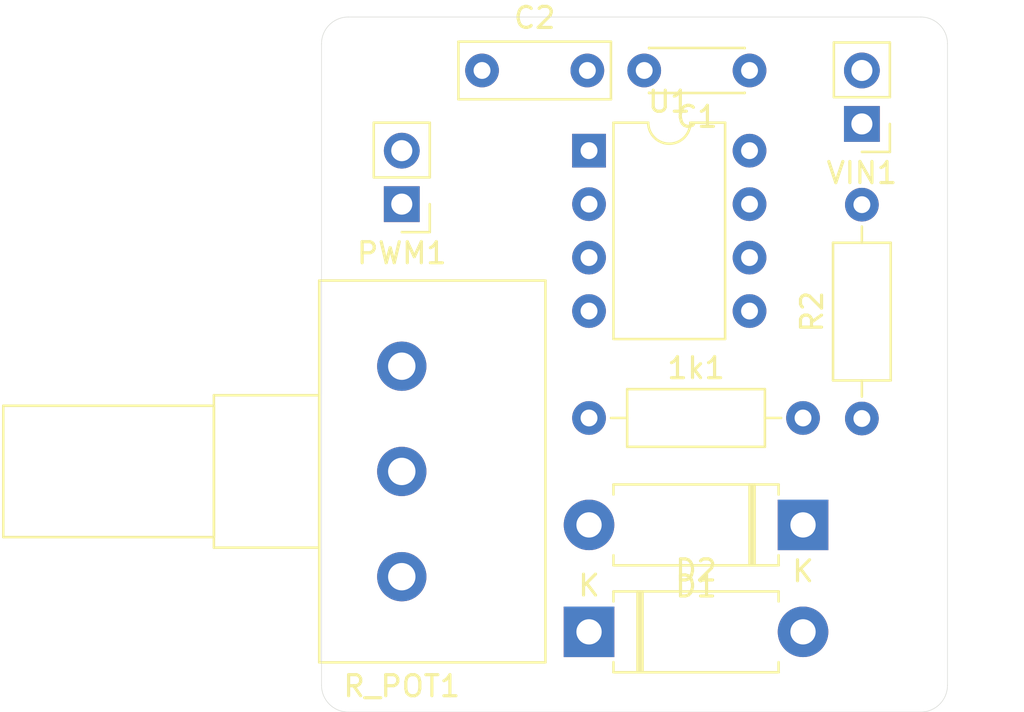
<source format=kicad_pcb>
(kicad_pcb (version 20171130) (host pcbnew "(5.1.12)-1")

  (general
    (thickness 1.6002)
    (drawings 8)
    (tracks 0)
    (zones 0)
    (modules 10)
    (nets 10)
  )

  (page A4)
  (title_block
    (title "PWM generator")
    (rev v01)
    (company CLAIO)
  )

  (layers
    (0 Front signal)
    (1 In1.Cu signal)
    (2 In2.Cu signal)
    (31 Back signal)
    (34 B.Paste user)
    (35 F.Paste user)
    (36 B.SilkS user)
    (37 F.SilkS user)
    (38 B.Mask user)
    (39 F.Mask user)
    (44 Edge.Cuts user)
    (45 Margin user)
    (46 B.CrtYd user)
    (47 F.CrtYd user)
    (49 F.Fab user)
  )

  (setup
    (last_trace_width 0.254)
    (user_trace_width 0.127)
    (user_trace_width 0.254)
    (user_trace_width 0.508)
    (user_trace_width 0.762)
    (trace_clearance 0.127)
    (zone_clearance 0.508)
    (zone_45_only no)
    (trace_min 0.0889)
    (via_size 0.6858)
    (via_drill 0.3302)
    (via_min_size 0.45)
    (via_min_drill 0.2)
    (user_via 0.6858 0.3302)
    (user_via 0.889 0.381)
    (uvia_size 0.6858)
    (uvia_drill 0.3302)
    (uvias_allowed no)
    (uvia_min_size 0.2)
    (uvia_min_drill 0.1)
    (edge_width 0.0381)
    (segment_width 0.254)
    (pcb_text_width 0.3048)
    (pcb_text_size 1.524 1.524)
    (mod_edge_width 0.1524)
    (mod_text_size 0.8128 0.8128)
    (mod_text_width 0.1524)
    (pad_size 1.524 1.524)
    (pad_drill 0.762)
    (pad_to_mask_clearance 0)
    (solder_mask_min_width 0.1016)
    (aux_axis_origin 0 0)
    (visible_elements 7FFFFFFF)
    (pcbplotparams
      (layerselection 0x010fc_ffffffff)
      (usegerberextensions false)
      (usegerberattributes true)
      (usegerberadvancedattributes true)
      (creategerberjobfile true)
      (excludeedgelayer true)
      (linewidth 0.100000)
      (plotframeref false)
      (viasonmask false)
      (mode 1)
      (useauxorigin false)
      (hpglpennumber 1)
      (hpglpenspeed 20)
      (hpglpendiameter 15.000000)
      (psnegative false)
      (psa4output false)
      (plotreference true)
      (plotvalue true)
      (plotinvisibletext false)
      (padsonsilk false)
      (subtractmaskfromsilk false)
      (outputformat 1)
      (mirror false)
      (drillshape 1)
      (scaleselection 1)
      (outputdirectory ""))
  )

  (net 0 "")
  (net 1 "Net-(1k1-Pad2)")
  (net 2 GND)
  (net 3 "Net-(C2-Pad1)")
  (net 4 "Net-(D1-Pad2)")
  (net 5 "Net-(D2-Pad1)")
  (net 6 "Net-(R2-Pad2)")
  (net 7 "Net-(U1-Pad5)")
  (net 8 VCC)
  (net 9 VDC)

  (net_class Default "This is the default net class."
    (clearance 0.127)
    (trace_width 0.254)
    (via_dia 0.6858)
    (via_drill 0.3302)
    (uvia_dia 0.6858)
    (uvia_drill 0.3302)
    (diff_pair_width 0.1524)
    (diff_pair_gap 0.254)
    (add_net GND)
    (add_net "Net-(1k1-Pad2)")
    (add_net "Net-(C2-Pad1)")
    (add_net "Net-(D1-Pad2)")
    (add_net "Net-(D2-Pad1)")
    (add_net "Net-(R2-Pad2)")
    (add_net "Net-(U1-Pad5)")
    (add_net VCC)
    (add_net VDC)
  )

  (module Connector_PinHeader_2.54mm:PinHeader_1x02_P2.54mm_Vertical (layer Front) (tedit 59FED5CC) (tstamp 61C35406)
    (at 164.084 91.44 180)
    (descr "Through hole straight pin header, 1x02, 2.54mm pitch, single row")
    (tags "Through hole pin header THT 1x02 2.54mm single row")
    (path /61C31C83)
    (fp_text reference VIN1 (at 0 -2.33) (layer F.SilkS)
      (effects (font (size 1 1) (thickness 0.15)))
    )
    (fp_text value Conn_01x02_Female (at 0 4.87) (layer F.Fab)
      (effects (font (size 1 1) (thickness 0.15)))
    )
    (fp_line (start -0.635 -1.27) (end 1.27 -1.27) (layer F.Fab) (width 0.1))
    (fp_line (start 1.27 -1.27) (end 1.27 3.81) (layer F.Fab) (width 0.1))
    (fp_line (start 1.27 3.81) (end -1.27 3.81) (layer F.Fab) (width 0.1))
    (fp_line (start -1.27 3.81) (end -1.27 -0.635) (layer F.Fab) (width 0.1))
    (fp_line (start -1.27 -0.635) (end -0.635 -1.27) (layer F.Fab) (width 0.1))
    (fp_line (start -1.33 3.87) (end 1.33 3.87) (layer F.SilkS) (width 0.12))
    (fp_line (start -1.33 1.27) (end -1.33 3.87) (layer F.SilkS) (width 0.12))
    (fp_line (start 1.33 1.27) (end 1.33 3.87) (layer F.SilkS) (width 0.12))
    (fp_line (start -1.33 1.27) (end 1.33 1.27) (layer F.SilkS) (width 0.12))
    (fp_line (start -1.33 0) (end -1.33 -1.33) (layer F.SilkS) (width 0.12))
    (fp_line (start -1.33 -1.33) (end 0 -1.33) (layer F.SilkS) (width 0.12))
    (fp_line (start -1.8 -1.8) (end -1.8 4.35) (layer F.CrtYd) (width 0.05))
    (fp_line (start -1.8 4.35) (end 1.8 4.35) (layer F.CrtYd) (width 0.05))
    (fp_line (start 1.8 4.35) (end 1.8 -1.8) (layer F.CrtYd) (width 0.05))
    (fp_line (start 1.8 -1.8) (end -1.8 -1.8) (layer F.CrtYd) (width 0.05))
    (fp_text user %R (at 0 1.27 90) (layer F.Fab)
      (effects (font (size 1 1) (thickness 0.15)))
    )
    (pad 2 thru_hole oval (at 0 2.54 180) (size 1.7 1.7) (drill 1) (layers *.Cu *.Mask)
      (net 2 GND))
    (pad 1 thru_hole rect (at 0 0 180) (size 1.7 1.7) (drill 1) (layers *.Cu *.Mask)
      (net 8 VCC))
    (model ${KISYS3DMOD}/Connector_PinHeader_2.54mm.3dshapes/PinHeader_1x02_P2.54mm_Vertical.wrl
      (at (xyz 0 0 0))
      (scale (xyz 1 1 1))
      (rotate (xyz 0 0 0))
    )
  )

  (module Package_DIP:DIP-8_W7.62mm (layer Front) (tedit 5A02E8C5) (tstamp 61C353F0)
    (at 151.13 92.71)
    (descr "8-lead though-hole mounted DIP package, row spacing 7.62 mm (300 mils)")
    (tags "THT DIP DIL PDIP 2.54mm 7.62mm 300mil")
    (path /61C2EBE5)
    (fp_text reference U1 (at 3.81 -2.33) (layer F.SilkS)
      (effects (font (size 1 1) (thickness 0.15)))
    )
    (fp_text value NE555P (at 3.81 9.95) (layer F.Fab)
      (effects (font (size 1 1) (thickness 0.15)))
    )
    (fp_line (start 1.635 -1.27) (end 6.985 -1.27) (layer F.Fab) (width 0.1))
    (fp_line (start 6.985 -1.27) (end 6.985 8.89) (layer F.Fab) (width 0.1))
    (fp_line (start 6.985 8.89) (end 0.635 8.89) (layer F.Fab) (width 0.1))
    (fp_line (start 0.635 8.89) (end 0.635 -0.27) (layer F.Fab) (width 0.1))
    (fp_line (start 0.635 -0.27) (end 1.635 -1.27) (layer F.Fab) (width 0.1))
    (fp_line (start 2.81 -1.33) (end 1.16 -1.33) (layer F.SilkS) (width 0.12))
    (fp_line (start 1.16 -1.33) (end 1.16 8.95) (layer F.SilkS) (width 0.12))
    (fp_line (start 1.16 8.95) (end 6.46 8.95) (layer F.SilkS) (width 0.12))
    (fp_line (start 6.46 8.95) (end 6.46 -1.33) (layer F.SilkS) (width 0.12))
    (fp_line (start 6.46 -1.33) (end 4.81 -1.33) (layer F.SilkS) (width 0.12))
    (fp_line (start -1.1 -1.55) (end -1.1 9.15) (layer F.CrtYd) (width 0.05))
    (fp_line (start -1.1 9.15) (end 8.7 9.15) (layer F.CrtYd) (width 0.05))
    (fp_line (start 8.7 9.15) (end 8.7 -1.55) (layer F.CrtYd) (width 0.05))
    (fp_line (start 8.7 -1.55) (end -1.1 -1.55) (layer F.CrtYd) (width 0.05))
    (fp_text user %R (at 3.81 3.81) (layer F.Fab)
      (effects (font (size 1 1) (thickness 0.15)))
    )
    (fp_arc (start 3.81 -1.33) (end 2.81 -1.33) (angle -180) (layer F.SilkS) (width 0.12))
    (pad 8 thru_hole oval (at 7.62 0) (size 1.6 1.6) (drill 0.8) (layers *.Cu *.Mask)
      (net 8 VCC))
    (pad 4 thru_hole oval (at 0 7.62) (size 1.6 1.6) (drill 0.8) (layers *.Cu *.Mask)
      (net 8 VCC))
    (pad 7 thru_hole oval (at 7.62 2.54) (size 1.6 1.6) (drill 0.8) (layers *.Cu *.Mask)
      (net 6 "Net-(R2-Pad2)"))
    (pad 3 thru_hole oval (at 0 5.08) (size 1.6 1.6) (drill 0.8) (layers *.Cu *.Mask)
      (net 9 VDC))
    (pad 6 thru_hole oval (at 7.62 5.08) (size 1.6 1.6) (drill 0.8) (layers *.Cu *.Mask)
      (net 3 "Net-(C2-Pad1)"))
    (pad 2 thru_hole oval (at 0 2.54) (size 1.6 1.6) (drill 0.8) (layers *.Cu *.Mask)
      (net 3 "Net-(C2-Pad1)"))
    (pad 5 thru_hole oval (at 7.62 7.62) (size 1.6 1.6) (drill 0.8) (layers *.Cu *.Mask)
      (net 7 "Net-(U1-Pad5)"))
    (pad 1 thru_hole rect (at 0 0) (size 1.6 1.6) (drill 0.8) (layers *.Cu *.Mask)
      (net 2 GND))
    (model ${KISYS3DMOD}/Package_DIP.3dshapes/DIP-8_W7.62mm.wrl
      (at (xyz 0 0 0))
      (scale (xyz 1 1 1))
      (rotate (xyz 0 0 0))
    )
  )

  (module Potentiometer_THT:Potentiometer_Alps_RK163_Single_Horizontal (layer Front) (tedit 5A3D4993) (tstamp 61C353D4)
    (at 142.24 102.95 180)
    (descr "Potentiometer, horizontal, Alps RK163 Single, http://www.alps.com/prod/info/E/HTML/Potentiometer/RotaryPotentiometers/RK16/RK16_list.html")
    (tags "Potentiometer horizontal Alps RK163 Single")
    (path /61C1EDBC)
    (fp_text reference R_POT1 (at 0 -15.2) (layer F.SilkS)
      (effects (font (size 1 1) (thickness 0.15)))
    )
    (fp_text value R_POT (at 0 5.2) (layer F.Fab)
      (effects (font (size 1 1) (thickness 0.15)))
    )
    (fp_line (start -6.7 -13.95) (end -6.7 3.95) (layer F.Fab) (width 0.1))
    (fp_line (start -6.7 3.95) (end 3.8 3.95) (layer F.Fab) (width 0.1))
    (fp_line (start 3.8 3.95) (end 3.8 -13.95) (layer F.Fab) (width 0.1))
    (fp_line (start 3.8 -13.95) (end -6.7 -13.95) (layer F.Fab) (width 0.1))
    (fp_line (start 3.8 -8.5) (end 3.8 -1.5) (layer F.Fab) (width 0.1))
    (fp_line (start 3.8 -1.5) (end 8.8 -1.5) (layer F.Fab) (width 0.1))
    (fp_line (start 8.8 -1.5) (end 8.8 -8.5) (layer F.Fab) (width 0.1))
    (fp_line (start 8.8 -8.5) (end 3.8 -8.5) (layer F.Fab) (width 0.1))
    (fp_line (start 8.8 -8) (end 8.8 -2) (layer F.Fab) (width 0.1))
    (fp_line (start 8.8 -2) (end 18.8 -2) (layer F.Fab) (width 0.1))
    (fp_line (start 18.8 -2) (end 18.8 -8) (layer F.Fab) (width 0.1))
    (fp_line (start 18.8 -8) (end 8.8 -8) (layer F.Fab) (width 0.1))
    (fp_line (start -6.82 -14.07) (end 3.92 -14.07) (layer F.SilkS) (width 0.12))
    (fp_line (start -6.82 4.07) (end 3.92 4.07) (layer F.SilkS) (width 0.12))
    (fp_line (start -6.82 -14.07) (end -6.82 4.07) (layer F.SilkS) (width 0.12))
    (fp_line (start 3.92 -14.07) (end 3.92 4.07) (layer F.SilkS) (width 0.12))
    (fp_line (start 3.92 -8.62) (end 8.92 -8.62) (layer F.SilkS) (width 0.12))
    (fp_line (start 3.92 -1.38) (end 8.92 -1.38) (layer F.SilkS) (width 0.12))
    (fp_line (start 3.92 -8.62) (end 3.92 -1.38) (layer F.SilkS) (width 0.12))
    (fp_line (start 8.92 -8.62) (end 8.92 -1.38) (layer F.SilkS) (width 0.12))
    (fp_line (start 8.92 -8.12) (end 18.92 -8.12) (layer F.SilkS) (width 0.12))
    (fp_line (start 8.92 -1.879) (end 18.92 -1.879) (layer F.SilkS) (width 0.12))
    (fp_line (start 8.92 -8.12) (end 8.92 -1.879) (layer F.SilkS) (width 0.12))
    (fp_line (start 18.92 -8.12) (end 18.92 -1.879) (layer F.SilkS) (width 0.12))
    (fp_line (start -6.95 -14.2) (end -6.95 4.2) (layer F.CrtYd) (width 0.05))
    (fp_line (start -6.95 4.2) (end 19.05 4.2) (layer F.CrtYd) (width 0.05))
    (fp_line (start 19.05 4.2) (end 19.05 -14.2) (layer F.CrtYd) (width 0.05))
    (fp_line (start 19.05 -14.2) (end -6.95 -14.2) (layer F.CrtYd) (width 0.05))
    (fp_text user %R (at -1.45 -5) (layer F.Fab)
      (effects (font (size 1 1) (thickness 0.15)))
    )
    (pad 1 thru_hole circle (at 0 0 180) (size 2.34 2.34) (drill 1.3) (layers *.Cu *.Mask)
      (net 4 "Net-(D1-Pad2)"))
    (pad 2 thru_hole circle (at 0 -5 180) (size 2.34 2.34) (drill 1.3) (layers *.Cu *.Mask)
      (net 3 "Net-(C2-Pad1)"))
    (pad 3 thru_hole circle (at 0 -10 180) (size 2.34 2.34) (drill 1.3) (layers *.Cu *.Mask)
      (net 5 "Net-(D2-Pad1)"))
    (model ${KISYS3DMOD}/Potentiometer_THT.3dshapes/Potentiometer_Alps_RK163_Single_Horizontal.wrl
      (at (xyz 0 0 0))
      (scale (xyz 1 1 1))
      (rotate (xyz 0 0 0))
    )
  )

  (module Resistor_THT:R_Axial_DIN0207_L6.3mm_D2.5mm_P10.16mm_Horizontal (layer Front) (tedit 5AE5139B) (tstamp 61C353B0)
    (at 164.084 105.4354 90)
    (descr "Resistor, Axial_DIN0207 series, Axial, Horizontal, pin pitch=10.16mm, 0.25W = 1/4W, length*diameter=6.3*2.5mm^2, http://cdn-reichelt.de/documents/datenblatt/B400/1_4W%23YAG.pdf")
    (tags "Resistor Axial_DIN0207 series Axial Horizontal pin pitch 10.16mm 0.25W = 1/4W length 6.3mm diameter 2.5mm")
    (path /61C2A02A)
    (fp_text reference R2 (at 5.08 -2.37 90) (layer F.SilkS)
      (effects (font (size 1 1) (thickness 0.15)))
    )
    (fp_text value 12 (at 5.08 2.37 90) (layer F.Fab)
      (effects (font (size 1 1) (thickness 0.15)))
    )
    (fp_line (start 1.93 -1.25) (end 1.93 1.25) (layer F.Fab) (width 0.1))
    (fp_line (start 1.93 1.25) (end 8.23 1.25) (layer F.Fab) (width 0.1))
    (fp_line (start 8.23 1.25) (end 8.23 -1.25) (layer F.Fab) (width 0.1))
    (fp_line (start 8.23 -1.25) (end 1.93 -1.25) (layer F.Fab) (width 0.1))
    (fp_line (start 0 0) (end 1.93 0) (layer F.Fab) (width 0.1))
    (fp_line (start 10.16 0) (end 8.23 0) (layer F.Fab) (width 0.1))
    (fp_line (start 1.81 -1.37) (end 1.81 1.37) (layer F.SilkS) (width 0.12))
    (fp_line (start 1.81 1.37) (end 8.35 1.37) (layer F.SilkS) (width 0.12))
    (fp_line (start 8.35 1.37) (end 8.35 -1.37) (layer F.SilkS) (width 0.12))
    (fp_line (start 8.35 -1.37) (end 1.81 -1.37) (layer F.SilkS) (width 0.12))
    (fp_line (start 1.04 0) (end 1.81 0) (layer F.SilkS) (width 0.12))
    (fp_line (start 9.12 0) (end 8.35 0) (layer F.SilkS) (width 0.12))
    (fp_line (start -1.05 -1.5) (end -1.05 1.5) (layer F.CrtYd) (width 0.05))
    (fp_line (start -1.05 1.5) (end 11.21 1.5) (layer F.CrtYd) (width 0.05))
    (fp_line (start 11.21 1.5) (end 11.21 -1.5) (layer F.CrtYd) (width 0.05))
    (fp_line (start 11.21 -1.5) (end -1.05 -1.5) (layer F.CrtYd) (width 0.05))
    (fp_text user %R (at 5.08 0 90) (layer F.Fab)
      (effects (font (size 1 1) (thickness 0.15)))
    )
    (pad 2 thru_hole oval (at 10.16 0 90) (size 1.6 1.6) (drill 0.8) (layers *.Cu *.Mask)
      (net 6 "Net-(R2-Pad2)"))
    (pad 1 thru_hole circle (at 0 0 90) (size 1.6 1.6) (drill 0.8) (layers *.Cu *.Mask)
      (net 1 "Net-(1k1-Pad2)"))
    (model ${KISYS3DMOD}/Resistor_THT.3dshapes/R_Axial_DIN0207_L6.3mm_D2.5mm_P10.16mm_Horizontal.wrl
      (at (xyz 0 0 0))
      (scale (xyz 1 1 1))
      (rotate (xyz 0 0 0))
    )
  )

  (module Connector_PinHeader_2.54mm:PinHeader_1x02_P2.54mm_Vertical (layer Front) (tedit 59FED5CC) (tstamp 61C35399)
    (at 142.24 95.25 180)
    (descr "Through hole straight pin header, 1x02, 2.54mm pitch, single row")
    (tags "Through hole pin header THT 1x02 2.54mm single row")
    (path /61C32573)
    (fp_text reference PWM1 (at 0 -2.33) (layer F.SilkS)
      (effects (font (size 1 1) (thickness 0.15)))
    )
    (fp_text value Conn_01x02_Female (at 0 4.87) (layer F.Fab)
      (effects (font (size 1 1) (thickness 0.15)))
    )
    (fp_line (start -0.635 -1.27) (end 1.27 -1.27) (layer F.Fab) (width 0.1))
    (fp_line (start 1.27 -1.27) (end 1.27 3.81) (layer F.Fab) (width 0.1))
    (fp_line (start 1.27 3.81) (end -1.27 3.81) (layer F.Fab) (width 0.1))
    (fp_line (start -1.27 3.81) (end -1.27 -0.635) (layer F.Fab) (width 0.1))
    (fp_line (start -1.27 -0.635) (end -0.635 -1.27) (layer F.Fab) (width 0.1))
    (fp_line (start -1.33 3.87) (end 1.33 3.87) (layer F.SilkS) (width 0.12))
    (fp_line (start -1.33 1.27) (end -1.33 3.87) (layer F.SilkS) (width 0.12))
    (fp_line (start 1.33 1.27) (end 1.33 3.87) (layer F.SilkS) (width 0.12))
    (fp_line (start -1.33 1.27) (end 1.33 1.27) (layer F.SilkS) (width 0.12))
    (fp_line (start -1.33 0) (end -1.33 -1.33) (layer F.SilkS) (width 0.12))
    (fp_line (start -1.33 -1.33) (end 0 -1.33) (layer F.SilkS) (width 0.12))
    (fp_line (start -1.8 -1.8) (end -1.8 4.35) (layer F.CrtYd) (width 0.05))
    (fp_line (start -1.8 4.35) (end 1.8 4.35) (layer F.CrtYd) (width 0.05))
    (fp_line (start 1.8 4.35) (end 1.8 -1.8) (layer F.CrtYd) (width 0.05))
    (fp_line (start 1.8 -1.8) (end -1.8 -1.8) (layer F.CrtYd) (width 0.05))
    (fp_text user %R (at 0 1.27 90) (layer F.Fab)
      (effects (font (size 1 1) (thickness 0.15)))
    )
    (pad 2 thru_hole oval (at 0 2.54 180) (size 1.7 1.7) (drill 1) (layers *.Cu *.Mask)
      (net 2 GND))
    (pad 1 thru_hole rect (at 0 0 180) (size 1.7 1.7) (drill 1) (layers *.Cu *.Mask)
      (net 9 VDC))
    (model ${KISYS3DMOD}/Connector_PinHeader_2.54mm.3dshapes/PinHeader_1x02_P2.54mm_Vertical.wrl
      (at (xyz 0 0 0))
      (scale (xyz 1 1 1))
      (rotate (xyz 0 0 0))
    )
  )

  (module Diode_THT:D_DO-15_P10.16mm_Horizontal (layer Front) (tedit 5AE50CD5) (tstamp 61C35383)
    (at 151.13 115.57)
    (descr "Diode, DO-15 series, Axial, Horizontal, pin pitch=10.16mm, , length*diameter=7.6*3.6mm^2, , http://www.diodes.com/_files/packages/DO-15.pdf")
    (tags "Diode DO-15 series Axial Horizontal pin pitch 10.16mm  length 7.6mm diameter 3.6mm")
    (path /61C1FFEB)
    (fp_text reference D2 (at 5.08 -2.92) (layer F.SilkS)
      (effects (font (size 1 1) (thickness 0.15)))
    )
    (fp_text value D (at 5.08 2.92) (layer F.Fab)
      (effects (font (size 1 1) (thickness 0.15)))
    )
    (fp_line (start 1.28 -1.8) (end 1.28 1.8) (layer F.Fab) (width 0.1))
    (fp_line (start 1.28 1.8) (end 8.88 1.8) (layer F.Fab) (width 0.1))
    (fp_line (start 8.88 1.8) (end 8.88 -1.8) (layer F.Fab) (width 0.1))
    (fp_line (start 8.88 -1.8) (end 1.28 -1.8) (layer F.Fab) (width 0.1))
    (fp_line (start 0 0) (end 1.28 0) (layer F.Fab) (width 0.1))
    (fp_line (start 10.16 0) (end 8.88 0) (layer F.Fab) (width 0.1))
    (fp_line (start 2.42 -1.8) (end 2.42 1.8) (layer F.Fab) (width 0.1))
    (fp_line (start 2.52 -1.8) (end 2.52 1.8) (layer F.Fab) (width 0.1))
    (fp_line (start 2.32 -1.8) (end 2.32 1.8) (layer F.Fab) (width 0.1))
    (fp_line (start 1.16 -1.44) (end 1.16 -1.92) (layer F.SilkS) (width 0.12))
    (fp_line (start 1.16 -1.92) (end 9 -1.92) (layer F.SilkS) (width 0.12))
    (fp_line (start 9 -1.92) (end 9 -1.44) (layer F.SilkS) (width 0.12))
    (fp_line (start 1.16 1.44) (end 1.16 1.92) (layer F.SilkS) (width 0.12))
    (fp_line (start 1.16 1.92) (end 9 1.92) (layer F.SilkS) (width 0.12))
    (fp_line (start 9 1.92) (end 9 1.44) (layer F.SilkS) (width 0.12))
    (fp_line (start 2.42 -1.92) (end 2.42 1.92) (layer F.SilkS) (width 0.12))
    (fp_line (start 2.54 -1.92) (end 2.54 1.92) (layer F.SilkS) (width 0.12))
    (fp_line (start 2.3 -1.92) (end 2.3 1.92) (layer F.SilkS) (width 0.12))
    (fp_line (start -1.45 -2.05) (end -1.45 2.05) (layer F.CrtYd) (width 0.05))
    (fp_line (start -1.45 2.05) (end 11.61 2.05) (layer F.CrtYd) (width 0.05))
    (fp_line (start 11.61 2.05) (end 11.61 -2.05) (layer F.CrtYd) (width 0.05))
    (fp_line (start 11.61 -2.05) (end -1.45 -2.05) (layer F.CrtYd) (width 0.05))
    (fp_text user K (at 0 -2.2) (layer F.SilkS)
      (effects (font (size 1 1) (thickness 0.15)))
    )
    (fp_text user K (at 0 -2.2) (layer F.Fab)
      (effects (font (size 1 1) (thickness 0.15)))
    )
    (fp_text user %R (at 5.65 0) (layer F.Fab)
      (effects (font (size 1 1) (thickness 0.15)))
    )
    (pad 2 thru_hole oval (at 10.16 0) (size 2.4 2.4) (drill 1.2) (layers *.Cu *.Mask)
      (net 1 "Net-(1k1-Pad2)"))
    (pad 1 thru_hole rect (at 0 0) (size 2.4 2.4) (drill 1.2) (layers *.Cu *.Mask)
      (net 5 "Net-(D2-Pad1)"))
    (model ${KISYS3DMOD}/Diode_THT.3dshapes/D_DO-15_P10.16mm_Horizontal.wrl
      (at (xyz 0 0 0))
      (scale (xyz 1 1 1))
      (rotate (xyz 0 0 0))
    )
  )

  (module Diode_THT:D_DO-15_P10.16mm_Horizontal (layer Front) (tedit 5AE50CD5) (tstamp 61C35364)
    (at 161.29 110.49 180)
    (descr "Diode, DO-15 series, Axial, Horizontal, pin pitch=10.16mm, , length*diameter=7.6*3.6mm^2, , http://www.diodes.com/_files/packages/DO-15.pdf")
    (tags "Diode DO-15 series Axial Horizontal pin pitch 10.16mm  length 7.6mm diameter 3.6mm")
    (path /61C1F87F)
    (fp_text reference D1 (at 5.08 -2.92) (layer F.SilkS)
      (effects (font (size 1 1) (thickness 0.15)))
    )
    (fp_text value D (at 5.08 2.92) (layer F.Fab)
      (effects (font (size 1 1) (thickness 0.15)))
    )
    (fp_line (start 1.28 -1.8) (end 1.28 1.8) (layer F.Fab) (width 0.1))
    (fp_line (start 1.28 1.8) (end 8.88 1.8) (layer F.Fab) (width 0.1))
    (fp_line (start 8.88 1.8) (end 8.88 -1.8) (layer F.Fab) (width 0.1))
    (fp_line (start 8.88 -1.8) (end 1.28 -1.8) (layer F.Fab) (width 0.1))
    (fp_line (start 0 0) (end 1.28 0) (layer F.Fab) (width 0.1))
    (fp_line (start 10.16 0) (end 8.88 0) (layer F.Fab) (width 0.1))
    (fp_line (start 2.42 -1.8) (end 2.42 1.8) (layer F.Fab) (width 0.1))
    (fp_line (start 2.52 -1.8) (end 2.52 1.8) (layer F.Fab) (width 0.1))
    (fp_line (start 2.32 -1.8) (end 2.32 1.8) (layer F.Fab) (width 0.1))
    (fp_line (start 1.16 -1.44) (end 1.16 -1.92) (layer F.SilkS) (width 0.12))
    (fp_line (start 1.16 -1.92) (end 9 -1.92) (layer F.SilkS) (width 0.12))
    (fp_line (start 9 -1.92) (end 9 -1.44) (layer F.SilkS) (width 0.12))
    (fp_line (start 1.16 1.44) (end 1.16 1.92) (layer F.SilkS) (width 0.12))
    (fp_line (start 1.16 1.92) (end 9 1.92) (layer F.SilkS) (width 0.12))
    (fp_line (start 9 1.92) (end 9 1.44) (layer F.SilkS) (width 0.12))
    (fp_line (start 2.42 -1.92) (end 2.42 1.92) (layer F.SilkS) (width 0.12))
    (fp_line (start 2.54 -1.92) (end 2.54 1.92) (layer F.SilkS) (width 0.12))
    (fp_line (start 2.3 -1.92) (end 2.3 1.92) (layer F.SilkS) (width 0.12))
    (fp_line (start -1.45 -2.05) (end -1.45 2.05) (layer F.CrtYd) (width 0.05))
    (fp_line (start -1.45 2.05) (end 11.61 2.05) (layer F.CrtYd) (width 0.05))
    (fp_line (start 11.61 2.05) (end 11.61 -2.05) (layer F.CrtYd) (width 0.05))
    (fp_line (start 11.61 -2.05) (end -1.45 -2.05) (layer F.CrtYd) (width 0.05))
    (fp_text user K (at 0 -2.2) (layer F.SilkS)
      (effects (font (size 1 1) (thickness 0.15)))
    )
    (fp_text user K (at 0 -2.2) (layer F.Fab)
      (effects (font (size 1 1) (thickness 0.15)))
    )
    (fp_text user %R (at 5.65 0) (layer F.Fab)
      (effects (font (size 1 1) (thickness 0.15)))
    )
    (pad 2 thru_hole oval (at 10.16 0 180) (size 2.4 2.4) (drill 1.2) (layers *.Cu *.Mask)
      (net 4 "Net-(D1-Pad2)"))
    (pad 1 thru_hole rect (at 0 0 180) (size 2.4 2.4) (drill 1.2) (layers *.Cu *.Mask)
      (net 1 "Net-(1k1-Pad2)"))
    (model ${KISYS3DMOD}/Diode_THT.3dshapes/D_DO-15_P10.16mm_Horizontal.wrl
      (at (xyz 0 0 0))
      (scale (xyz 1 1 1))
      (rotate (xyz 0 0 0))
    )
  )

  (module Capacitor_THT:C_Disc_D7.0mm_W2.5mm_P5.00mm (layer Front) (tedit 5AE50EF0) (tstamp 61C35345)
    (at 146.05 88.9)
    (descr "C, Disc series, Radial, pin pitch=5.00mm, , diameter*width=7*2.5mm^2, Capacitor, http://cdn-reichelt.de/documents/datenblatt/B300/DS_KERKO_TC.pdf")
    (tags "C Disc series Radial pin pitch 5.00mm  diameter 7mm width 2.5mm Capacitor")
    (path /61C26D34)
    (fp_text reference C2 (at 2.5 -2.5) (layer F.SilkS)
      (effects (font (size 1 1) (thickness 0.15)))
    )
    (fp_text value 47nF (at 2.5 2.5) (layer F.Fab)
      (effects (font (size 1 1) (thickness 0.15)))
    )
    (fp_line (start -1 -1.25) (end -1 1.25) (layer F.Fab) (width 0.1))
    (fp_line (start -1 1.25) (end 6 1.25) (layer F.Fab) (width 0.1))
    (fp_line (start 6 1.25) (end 6 -1.25) (layer F.Fab) (width 0.1))
    (fp_line (start 6 -1.25) (end -1 -1.25) (layer F.Fab) (width 0.1))
    (fp_line (start -1.12 -1.37) (end 6.12 -1.37) (layer F.SilkS) (width 0.12))
    (fp_line (start -1.12 1.37) (end 6.12 1.37) (layer F.SilkS) (width 0.12))
    (fp_line (start -1.12 -1.37) (end -1.12 1.37) (layer F.SilkS) (width 0.12))
    (fp_line (start 6.12 -1.37) (end 6.12 1.37) (layer F.SilkS) (width 0.12))
    (fp_line (start -1.25 -1.5) (end -1.25 1.5) (layer F.CrtYd) (width 0.05))
    (fp_line (start -1.25 1.5) (end 6.25 1.5) (layer F.CrtYd) (width 0.05))
    (fp_line (start 6.25 1.5) (end 6.25 -1.5) (layer F.CrtYd) (width 0.05))
    (fp_line (start 6.25 -1.5) (end -1.25 -1.5) (layer F.CrtYd) (width 0.05))
    (fp_text user %R (at 2.5 0) (layer F.Fab)
      (effects (font (size 1 1) (thickness 0.15)))
    )
    (pad 2 thru_hole circle (at 5 0) (size 1.6 1.6) (drill 0.8) (layers *.Cu *.Mask)
      (net 2 GND))
    (pad 1 thru_hole circle (at 0 0) (size 1.6 1.6) (drill 0.8) (layers *.Cu *.Mask)
      (net 3 "Net-(C2-Pad1)"))
    (model ${KISYS3DMOD}/Capacitor_THT.3dshapes/C_Disc_D7.0mm_W2.5mm_P5.00mm.wrl
      (at (xyz 0 0 0))
      (scale (xyz 1 1 1))
      (rotate (xyz 0 0 0))
    )
  )

  (module Capacitor_THT:C_Disc_D4.3mm_W1.9mm_P5.00mm (layer Front) (tedit 5AE50EF0) (tstamp 61C35332)
    (at 158.75 88.9 180)
    (descr "C, Disc series, Radial, pin pitch=5.00mm, , diameter*width=4.3*1.9mm^2, Capacitor, http://www.vishay.com/docs/45233/krseries.pdf")
    (tags "C Disc series Radial pin pitch 5.00mm  diameter 4.3mm width 1.9mm Capacitor")
    (path /61C33892)
    (fp_text reference C1 (at 2.5 -2.2) (layer F.SilkS)
      (effects (font (size 1 1) (thickness 0.15)))
    )
    (fp_text value 0.01uF (at 2.5 2.2) (layer F.Fab)
      (effects (font (size 1 1) (thickness 0.15)))
    )
    (fp_line (start 0.35 -0.95) (end 0.35 0.95) (layer F.Fab) (width 0.1))
    (fp_line (start 0.35 0.95) (end 4.65 0.95) (layer F.Fab) (width 0.1))
    (fp_line (start 4.65 0.95) (end 4.65 -0.95) (layer F.Fab) (width 0.1))
    (fp_line (start 4.65 -0.95) (end 0.35 -0.95) (layer F.Fab) (width 0.1))
    (fp_line (start 0.23 -1.07) (end 4.77 -1.07) (layer F.SilkS) (width 0.12))
    (fp_line (start 0.23 1.07) (end 4.77 1.07) (layer F.SilkS) (width 0.12))
    (fp_line (start 0.23 -1.07) (end 0.23 -1.055) (layer F.SilkS) (width 0.12))
    (fp_line (start 0.23 1.055) (end 0.23 1.07) (layer F.SilkS) (width 0.12))
    (fp_line (start 4.77 -1.07) (end 4.77 -1.055) (layer F.SilkS) (width 0.12))
    (fp_line (start 4.77 1.055) (end 4.77 1.07) (layer F.SilkS) (width 0.12))
    (fp_line (start -1.05 -1.2) (end -1.05 1.2) (layer F.CrtYd) (width 0.05))
    (fp_line (start -1.05 1.2) (end 6.05 1.2) (layer F.CrtYd) (width 0.05))
    (fp_line (start 6.05 1.2) (end 6.05 -1.2) (layer F.CrtYd) (width 0.05))
    (fp_line (start 6.05 -1.2) (end -1.05 -1.2) (layer F.CrtYd) (width 0.05))
    (fp_text user %R (at 2.5 0) (layer F.Fab)
      (effects (font (size 0.86 0.86) (thickness 0.129)))
    )
    (pad 2 thru_hole circle (at 5 0 180) (size 1.6 1.6) (drill 0.8) (layers *.Cu *.Mask)
      (net 2 GND))
    (pad 1 thru_hole circle (at 0 0 180) (size 1.6 1.6) (drill 0.8) (layers *.Cu *.Mask)
      (net 8 VCC))
    (model ${KISYS3DMOD}/Capacitor_THT.3dshapes/C_Disc_D4.3mm_W1.9mm_P5.00mm.wrl
      (at (xyz 0 0 0))
      (scale (xyz 1 1 1))
      (rotate (xyz 0 0 0))
    )
  )

  (module Resistor_THT:R_Axial_DIN0207_L6.3mm_D2.5mm_P10.16mm_Horizontal (layer Front) (tedit 5AE5139B) (tstamp 61C3531D)
    (at 151.13 105.41)
    (descr "Resistor, Axial_DIN0207 series, Axial, Horizontal, pin pitch=10.16mm, 0.25W = 1/4W, length*diameter=6.3*2.5mm^2, http://cdn-reichelt.de/documents/datenblatt/B400/1_4W%23YAG.pdf")
    (tags "Resistor Axial_DIN0207 series Axial Horizontal pin pitch 10.16mm 0.25W = 1/4W length 6.3mm diameter 2.5mm")
    (path /61C1E5C1)
    (fp_text reference 1k1 (at 5.08 -2.37) (layer F.SilkS)
      (effects (font (size 1 1) (thickness 0.15)))
    )
    (fp_text value R1 (at 5.08 2.37) (layer F.Fab)
      (effects (font (size 1 1) (thickness 0.15)))
    )
    (fp_line (start 1.93 -1.25) (end 1.93 1.25) (layer F.Fab) (width 0.1))
    (fp_line (start 1.93 1.25) (end 8.23 1.25) (layer F.Fab) (width 0.1))
    (fp_line (start 8.23 1.25) (end 8.23 -1.25) (layer F.Fab) (width 0.1))
    (fp_line (start 8.23 -1.25) (end 1.93 -1.25) (layer F.Fab) (width 0.1))
    (fp_line (start 0 0) (end 1.93 0) (layer F.Fab) (width 0.1))
    (fp_line (start 10.16 0) (end 8.23 0) (layer F.Fab) (width 0.1))
    (fp_line (start 1.81 -1.37) (end 1.81 1.37) (layer F.SilkS) (width 0.12))
    (fp_line (start 1.81 1.37) (end 8.35 1.37) (layer F.SilkS) (width 0.12))
    (fp_line (start 8.35 1.37) (end 8.35 -1.37) (layer F.SilkS) (width 0.12))
    (fp_line (start 8.35 -1.37) (end 1.81 -1.37) (layer F.SilkS) (width 0.12))
    (fp_line (start 1.04 0) (end 1.81 0) (layer F.SilkS) (width 0.12))
    (fp_line (start 9.12 0) (end 8.35 0) (layer F.SilkS) (width 0.12))
    (fp_line (start -1.05 -1.5) (end -1.05 1.5) (layer F.CrtYd) (width 0.05))
    (fp_line (start -1.05 1.5) (end 11.21 1.5) (layer F.CrtYd) (width 0.05))
    (fp_line (start 11.21 1.5) (end 11.21 -1.5) (layer F.CrtYd) (width 0.05))
    (fp_line (start 11.21 -1.5) (end -1.05 -1.5) (layer F.CrtYd) (width 0.05))
    (fp_text user %R (at 5.08 0) (layer F.Fab)
      (effects (font (size 1 1) (thickness 0.15)))
    )
    (pad 2 thru_hole oval (at 10.16 0) (size 1.6 1.6) (drill 0.8) (layers *.Cu *.Mask)
      (net 1 "Net-(1k1-Pad2)"))
    (pad 1 thru_hole circle (at 0 0) (size 1.6 1.6) (drill 0.8) (layers *.Cu *.Mask)
      (net 8 VCC))
    (model ${KISYS3DMOD}/Resistor_THT.3dshapes/R_Axial_DIN0207_L6.3mm_D2.5mm_P10.16mm_Horizontal.wrl
      (at (xyz 0 0 0))
      (scale (xyz 1 1 1))
      (rotate (xyz 0 0 0))
    )
  )

  (gr_arc (start 139.7 87.63) (end 139.7 86.36) (angle -90) (layer Edge.Cuts) (width 0.0254))
  (gr_arc (start 166.878 87.63) (end 168.148 87.63) (angle -90) (layer Edge.Cuts) (width 0.0254))
  (gr_arc (start 139.7 118.11) (end 138.43 118.11) (angle -90) (layer Edge.Cuts) (width 0.0254))
  (gr_arc (start 166.878 118.11) (end 166.878 119.38) (angle -90) (layer Edge.Cuts) (width 0.0254))
  (gr_line (start 166.878 86.36) (end 139.7 86.36) (layer Edge.Cuts) (width 0.0254) (tstamp 61C5D560))
  (gr_line (start 168.148 118.11) (end 168.148 87.63) (layer Edge.Cuts) (width 0.0254))
  (gr_line (start 139.7 119.38) (end 166.878 119.38) (layer Edge.Cuts) (width 0.0254))
  (gr_line (start 138.43 87.63) (end 138.43 118.11) (layer Edge.Cuts) (width 0.0254))

)

</source>
